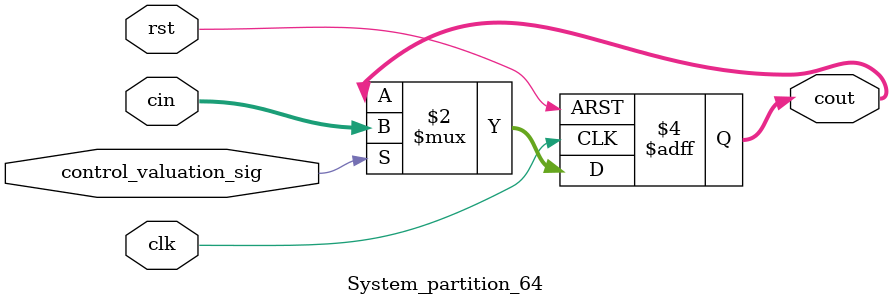
<source format=v>
`include "../parameter/global_parameter.v"


module System_partition_64(
								clk,
								rst,
								control_valuation_sig,
								cin,
								cout
							  );
							  
input clk;
input rst;
input control_valuation_sig;

input [63:0] cin;
output [63:0] cout;
reg [63:0] cout;

always@ (posedge clk or posedge rst) begin
	if(rst) begin
		cout <= 1'b0;
	end
	else if(control_valuation_sig) begin
		cout <= cin;
	end
end

endmodule

</source>
